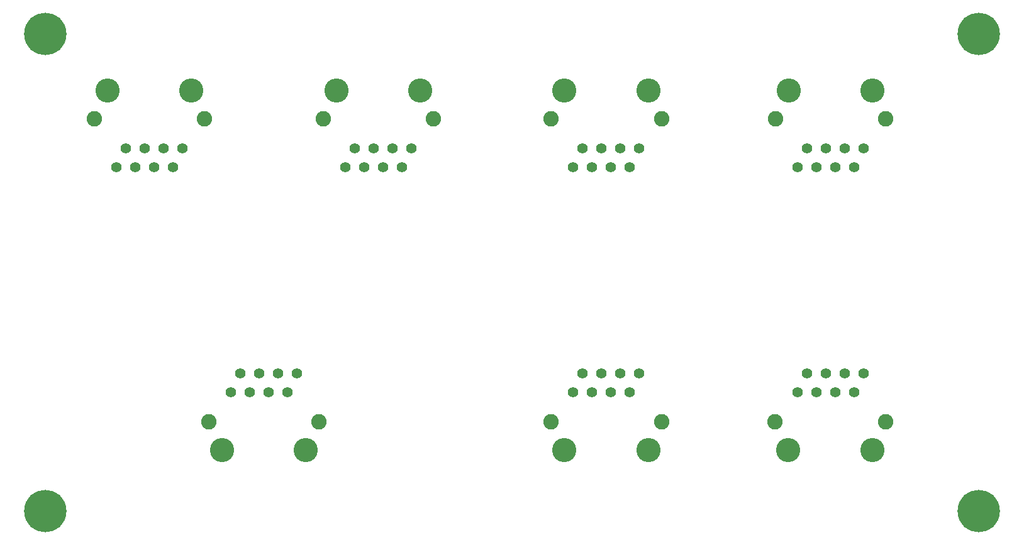
<source format=gts>
G04 #@! TF.GenerationSoftware,KiCad,Pcbnew,(5.99.0-9973-gfb99c55869)*
G04 #@! TF.CreationDate,2022-08-18T17:51:10-07:00*
G04 #@! TF.ProjectId,RB_v3_2,52425f76-335f-4322-9e6b-696361645f70,rev?*
G04 #@! TF.SameCoordinates,Original*
G04 #@! TF.FileFunction,Soldermask,Top*
G04 #@! TF.FilePolarity,Negative*
%FSLAX46Y46*%
G04 Gerber Fmt 4.6, Leading zero omitted, Abs format (unit mm)*
G04 Created by KiCad (PCBNEW (5.99.0-9973-gfb99c55869)) date 2022-08-18 17:51:10*
%MOMM*%
%LPD*%
G01*
G04 APERTURE LIST*
%ADD10C,5.700000*%
%ADD11C,1.397000*%
%ADD12C,3.251200*%
%ADD13C,2.082800*%
G04 APERTURE END LIST*
D10*
X53213000Y-151968200D03*
X53213000Y-87757000D03*
X178816000Y-151968200D03*
X178816000Y-87757000D03*
D11*
X133128850Y-103124000D03*
X131858850Y-105664000D03*
X130588850Y-103124000D03*
X129318850Y-105664000D03*
X128048850Y-103124000D03*
X126778850Y-105664000D03*
X125508850Y-103124000D03*
X124238850Y-105664000D03*
D12*
X134333849Y-95374000D03*
X123033851Y-95374000D03*
D13*
X136123850Y-99184000D03*
X121243850Y-99184000D03*
D11*
X154399150Y-136024000D03*
X155669150Y-133484000D03*
X156939150Y-136024000D03*
X158209150Y-133484000D03*
X159479150Y-136024000D03*
X160749150Y-133484000D03*
X162019150Y-136024000D03*
X163289150Y-133484000D03*
D12*
X153194151Y-143774000D03*
X164494149Y-143774000D03*
D13*
X151404150Y-139964000D03*
X166284150Y-139964000D03*
D11*
X78146000Y-136024000D03*
X79416000Y-133484000D03*
X80686000Y-136024000D03*
X81956000Y-133484000D03*
X83226000Y-136024000D03*
X84496000Y-133484000D03*
X85766000Y-136024000D03*
X87036000Y-133484000D03*
D12*
X76941001Y-143774000D03*
X88240999Y-143774000D03*
D13*
X75151000Y-139964000D03*
X90031000Y-139964000D03*
D11*
X102448000Y-103124000D03*
X101178000Y-105664000D03*
X99908000Y-103124000D03*
X98638000Y-105664000D03*
X97368000Y-103124000D03*
X96098000Y-105664000D03*
X94828000Y-103124000D03*
X93558000Y-105664000D03*
D12*
X103652999Y-95374000D03*
X92353001Y-95374000D03*
D13*
X105443000Y-99184000D03*
X90563000Y-99184000D03*
D11*
X163322000Y-103124000D03*
X162052000Y-105664000D03*
X160782000Y-103124000D03*
X159512000Y-105664000D03*
X158242000Y-103124000D03*
X156972000Y-105664000D03*
X155702000Y-103124000D03*
X154432000Y-105664000D03*
D12*
X164526999Y-95374000D03*
X153227001Y-95374000D03*
D13*
X166317000Y-99184000D03*
X151437000Y-99184000D03*
D11*
X124238850Y-136024000D03*
X125508850Y-133484000D03*
X126778850Y-136024000D03*
X128048850Y-133484000D03*
X129318850Y-136024000D03*
X130588850Y-133484000D03*
X131858850Y-136024000D03*
X133128850Y-133484000D03*
D12*
X123033851Y-143774000D03*
X134333849Y-143774000D03*
D13*
X121243850Y-139964000D03*
X136123850Y-139964000D03*
D11*
X71628000Y-103124000D03*
X70358000Y-105664000D03*
X69088000Y-103124000D03*
X67818000Y-105664000D03*
X66548000Y-103124000D03*
X65278000Y-105664000D03*
X64008000Y-103124000D03*
X62738000Y-105664000D03*
D12*
X72832999Y-95374000D03*
X61533001Y-95374000D03*
D13*
X74623000Y-99184000D03*
X59743000Y-99184000D03*
M02*

</source>
